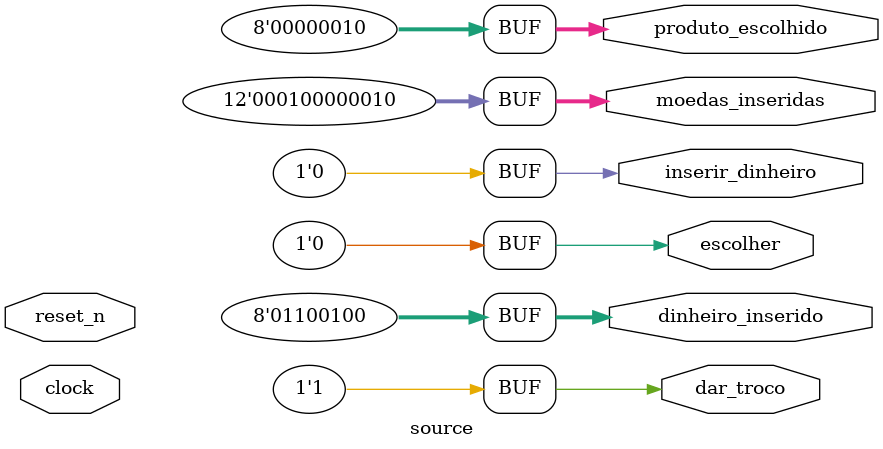
<source format=v>
module source(escolher, inserir_dinheiro, dar_troco, 
produto_escolhido, dinheiro_inserido, clock, reset_n,moedas_inseridas);

	input clock, reset_n;
	output reg escolher, inserir_dinheiro, dar_troco;
	output reg[7:0] produto_escolhido, dinheiro_inserido;
	output reg[11:0] moedas_inseridas;
	
	initial begin 

	//primeira compra
	//dinheiro inserido = R$1,50
	//produto 1 = R$0,50
	//carteira = R$0,50
	//troco = R$1,00
	
	escolher=0;
	inserir_dinheiro=0;
	dar_troco=0;
	
	produto_escolhido = 0;
	dinheiro_inserido = 0;
	moedas_inseridas = 0;
	
	#10;
	
	escolher=1;
	inserir_dinheiro=0;
	dar_troco=0;
	
	produto_escolhido = 1;
	dinheiro_inserido = 0;
	
	#10;
	
	escolher=0;
	inserir_dinheiro=1;
	dar_troco=0;
	
	dinheiro_inserido = 150;
	moedas_inseridas[7:0] = 0; //0 moedas de R$0,25
	moedas_inseridas[15:8] = 1; //1 moeda de R$0,50
	moedas_inseridas[16:23] = 1; //1 moeda de R$1,00
	
	#10;
	
	escolher=0;
	inserir_dinheiro=0;
	dar_troco=1;
	
	#10;
	
	//segunda compra compra
	//dinheiro inserido = R$1,00
	//produto 2 = R$0,75
	//carteira = R$0,50 da primeira compra + R$0,75 dessa
	//carteira = R$1,25
	//troco = R$0,25
	
	escolher=0;
	inserir_dinheiro=0;
	dar_troco=0;
	
	produto_escolhido = 0;
	dinheiro_inserido = 0;
	moedas_inseridas = 0;
	
	#10;
	
	escolher=1;
	inserir_dinheiro=0;
	dar_troco=0;
	
	produto_escolhido = 2;
	dinheiro_inserido = 0;
	
	#10;
	
	escolher=0;
	inserir_dinheiro=1;
	dar_troco=0;
	
	dinheiro_inserido = 100;
	moedas_inseridas[7:0] = 2; //2 moedas de R$0,25
	moedas_inseridas[15:8] = 1; //1 moeda de R$0,50
	moedas_inseridas[16:23] = 0; //0 moeda de R$1,00
	
	#10;
	
	escolher=0;
	inserir_dinheiro=0;
	dar_troco=1;
	
	#10;

	end	
endmodule

</source>
